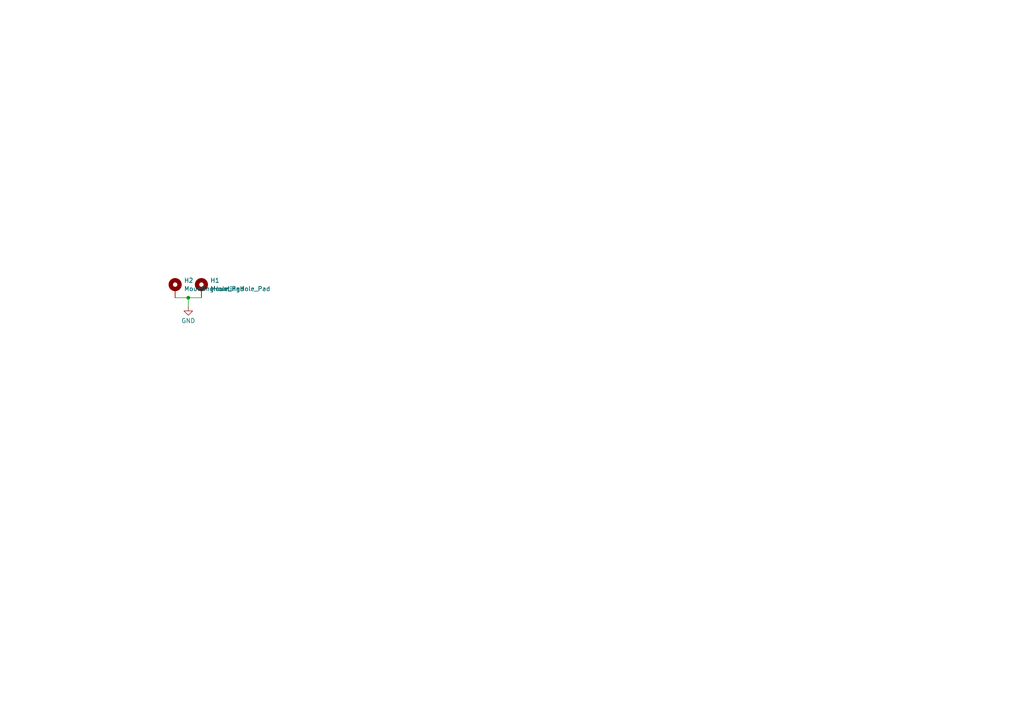
<source format=kicad_sch>
(kicad_sch
	(version 20231120)
	(generator "eeschema")
	(generator_version "8.0")
	(uuid "2a8d935a-315a-421f-a62b-248ab4ff1bc1")
	(paper "A4")
	(lib_symbols
		(symbol "Mechanical:MountingHole_Pad"
			(pin_numbers hide)
			(pin_names
				(offset 1.016) hide)
			(exclude_from_sim yes)
			(in_bom no)
			(on_board yes)
			(property "Reference" "H"
				(at 0 6.35 0)
				(effects
					(font
						(size 1.27 1.27)
					)
				)
			)
			(property "Value" "MountingHole_Pad"
				(at 0 4.445 0)
				(effects
					(font
						(size 1.27 1.27)
					)
				)
			)
			(property "Footprint" ""
				(at 0 0 0)
				(effects
					(font
						(size 1.27 1.27)
					)
					(hide yes)
				)
			)
			(property "Datasheet" "~"
				(at 0 0 0)
				(effects
					(font
						(size 1.27 1.27)
					)
					(hide yes)
				)
			)
			(property "Description" "Mounting Hole with connection"
				(at 0 0 0)
				(effects
					(font
						(size 1.27 1.27)
					)
					(hide yes)
				)
			)
			(property "ki_keywords" "mounting hole"
				(at 0 0 0)
				(effects
					(font
						(size 1.27 1.27)
					)
					(hide yes)
				)
			)
			(property "ki_fp_filters" "MountingHole*Pad*"
				(at 0 0 0)
				(effects
					(font
						(size 1.27 1.27)
					)
					(hide yes)
				)
			)
			(symbol "MountingHole_Pad_0_1"
				(circle
					(center 0 1.27)
					(radius 1.27)
					(stroke
						(width 1.27)
						(type default)
					)
					(fill
						(type none)
					)
				)
			)
			(symbol "MountingHole_Pad_1_1"
				(pin input line
					(at 0 -2.54 90)
					(length 2.54)
					(name "1"
						(effects
							(font
								(size 1.27 1.27)
							)
						)
					)
					(number "1"
						(effects
							(font
								(size 1.27 1.27)
							)
						)
					)
				)
			)
		)
		(symbol "power:GND"
			(power)
			(pin_numbers hide)
			(pin_names
				(offset 0) hide)
			(exclude_from_sim no)
			(in_bom yes)
			(on_board yes)
			(property "Reference" "#PWR"
				(at 0 -6.35 0)
				(effects
					(font
						(size 1.27 1.27)
					)
					(hide yes)
				)
			)
			(property "Value" "GND"
				(at 0 -3.81 0)
				(effects
					(font
						(size 1.27 1.27)
					)
				)
			)
			(property "Footprint" ""
				(at 0 0 0)
				(effects
					(font
						(size 1.27 1.27)
					)
					(hide yes)
				)
			)
			(property "Datasheet" ""
				(at 0 0 0)
				(effects
					(font
						(size 1.27 1.27)
					)
					(hide yes)
				)
			)
			(property "Description" "Power symbol creates a global label with name \"GND\" , ground"
				(at 0 0 0)
				(effects
					(font
						(size 1.27 1.27)
					)
					(hide yes)
				)
			)
			(property "ki_keywords" "global power"
				(at 0 0 0)
				(effects
					(font
						(size 1.27 1.27)
					)
					(hide yes)
				)
			)
			(symbol "GND_0_1"
				(polyline
					(pts
						(xy 0 0) (xy 0 -1.27) (xy 1.27 -1.27) (xy 0 -2.54) (xy -1.27 -1.27) (xy 0 -1.27)
					)
					(stroke
						(width 0)
						(type default)
					)
					(fill
						(type none)
					)
				)
			)
			(symbol "GND_1_1"
				(pin power_in line
					(at 0 0 270)
					(length 0)
					(name "~"
						(effects
							(font
								(size 1.27 1.27)
							)
						)
					)
					(number "1"
						(effects
							(font
								(size 1.27 1.27)
							)
						)
					)
				)
			)
		)
	)
	(junction
		(at 54.61 86.36)
		(diameter 0)
		(color 0 0 0 0)
		(uuid "d5e56d2f-158b-4b1c-a5b4-1bda991c8af1")
	)
	(wire
		(pts
			(xy 50.8 86.36) (xy 54.61 86.36)
		)
		(stroke
			(width 0)
			(type default)
		)
		(uuid "67a85441-a212-4aaf-8e6b-0b9e8103563a")
	)
	(wire
		(pts
			(xy 54.61 86.36) (xy 58.42 86.36)
		)
		(stroke
			(width 0)
			(type default)
		)
		(uuid "a839e974-92c3-472e-9989-f12c76fa6024")
	)
	(wire
		(pts
			(xy 54.61 86.36) (xy 54.61 88.9)
		)
		(stroke
			(width 0)
			(type default)
		)
		(uuid "c4ae3b13-a54a-4674-a096-3f0b025ab85c")
	)
	(symbol
		(lib_id "power:GND")
		(at 54.61 88.9 0)
		(unit 1)
		(exclude_from_sim no)
		(in_bom yes)
		(on_board yes)
		(dnp no)
		(fields_autoplaced yes)
		(uuid "7578f432-ba01-4798-acc7-8c748c13d9d5")
		(property "Reference" "#PWR01"
			(at 54.61 95.25 0)
			(effects
				(font
					(size 1.27 1.27)
				)
				(hide yes)
			)
		)
		(property "Value" "GND"
			(at 54.61 93.0331 0)
			(effects
				(font
					(size 1.27 1.27)
				)
			)
		)
		(property "Footprint" ""
			(at 54.61 88.9 0)
			(effects
				(font
					(size 1.27 1.27)
				)
				(hide yes)
			)
		)
		(property "Datasheet" ""
			(at 54.61 88.9 0)
			(effects
				(font
					(size 1.27 1.27)
				)
				(hide yes)
			)
		)
		(property "Description" "Power symbol creates a global label with name \"GND\" , ground"
			(at 54.61 88.9 0)
			(effects
				(font
					(size 1.27 1.27)
				)
				(hide yes)
			)
		)
		(pin "1"
			(uuid "7e02c06b-6609-49fd-a381-8099b6c1354e")
		)
		(instances
			(project "BYOM_PSU_panel"
				(path "/2a8d935a-315a-421f-a62b-248ab4ff1bc1"
					(reference "#PWR01")
					(unit 1)
				)
			)
		)
	)
	(symbol
		(lib_id "Mechanical:MountingHole_Pad")
		(at 50.8 83.82 0)
		(unit 1)
		(exclude_from_sim yes)
		(in_bom no)
		(on_board yes)
		(dnp no)
		(fields_autoplaced yes)
		(uuid "d09b166a-71b6-427b-b42a-b650a3e6d823")
		(property "Reference" "H2"
			(at 53.34 81.3378 0)
			(effects
				(font
					(size 1.27 1.27)
				)
				(justify left)
			)
		)
		(property "Value" "MountingHole_Pad"
			(at 53.34 83.7621 0)
			(effects
				(font
					(size 1.27 1.27)
				)
				(justify left)
			)
		)
		(property "Footprint" "BYOM_General:plated_rack_hole"
			(at 50.8 83.82 0)
			(effects
				(font
					(size 1.27 1.27)
				)
				(hide yes)
			)
		)
		(property "Datasheet" "~"
			(at 50.8 83.82 0)
			(effects
				(font
					(size 1.27 1.27)
				)
				(hide yes)
			)
		)
		(property "Description" "Mounting Hole with connection"
			(at 50.8 83.82 0)
			(effects
				(font
					(size 1.27 1.27)
				)
				(hide yes)
			)
		)
		(pin "1"
			(uuid "195a4a50-d944-454e-96de-c1d94283fda7")
		)
		(instances
			(project "BYOM_PSU_panel"
				(path "/2a8d935a-315a-421f-a62b-248ab4ff1bc1"
					(reference "H2")
					(unit 1)
				)
			)
		)
	)
	(symbol
		(lib_id "Mechanical:MountingHole_Pad")
		(at 58.42 83.82 0)
		(unit 1)
		(exclude_from_sim yes)
		(in_bom no)
		(on_board yes)
		(dnp no)
		(fields_autoplaced yes)
		(uuid "e2ddd0d5-6483-4148-a0ad-f61fb784f07f")
		(property "Reference" "H1"
			(at 60.96 81.3378 0)
			(effects
				(font
					(size 1.27 1.27)
				)
				(justify left)
			)
		)
		(property "Value" "MountingHole_Pad"
			(at 60.96 83.7621 0)
			(effects
				(font
					(size 1.27 1.27)
				)
				(justify left)
			)
		)
		(property "Footprint" "BYOM_General:plated_rack_hole"
			(at 58.42 83.82 0)
			(effects
				(font
					(size 1.27 1.27)
				)
				(hide yes)
			)
		)
		(property "Datasheet" "~"
			(at 58.42 83.82 0)
			(effects
				(font
					(size 1.27 1.27)
				)
				(hide yes)
			)
		)
		(property "Description" "Mounting Hole with connection"
			(at 58.42 83.82 0)
			(effects
				(font
					(size 1.27 1.27)
				)
				(hide yes)
			)
		)
		(pin "1"
			(uuid "7d201a31-accf-40af-af91-61b9f9923751")
		)
		(instances
			(project "BYOM_PSU_panel"
				(path "/2a8d935a-315a-421f-a62b-248ab4ff1bc1"
					(reference "H1")
					(unit 1)
				)
			)
		)
	)
	(sheet_instances
		(path "/"
			(page "1")
		)
	)
)

</source>
